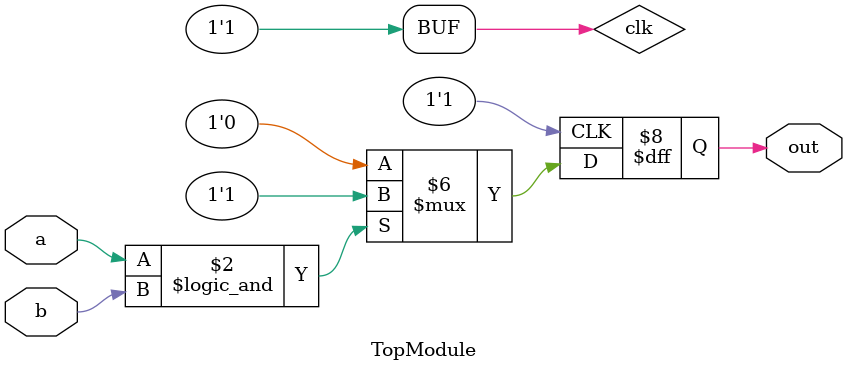
<source format=sv>

module TopModule (
  input a,
  input b,
  output out
);
always @(posedge clk) begin
  if (a && b)
    out <= 1;
  else
    out <= 0;
end

// Add a global clock declaration to make it accessible within the always block
reg clk;

initial begin
  out = 0; // Initialization of the output signal
  clk = 0; // Clock initial value and reset
  #5 clk = !clk; // Clock toggles every 5 time units
end

endmodule

</source>
